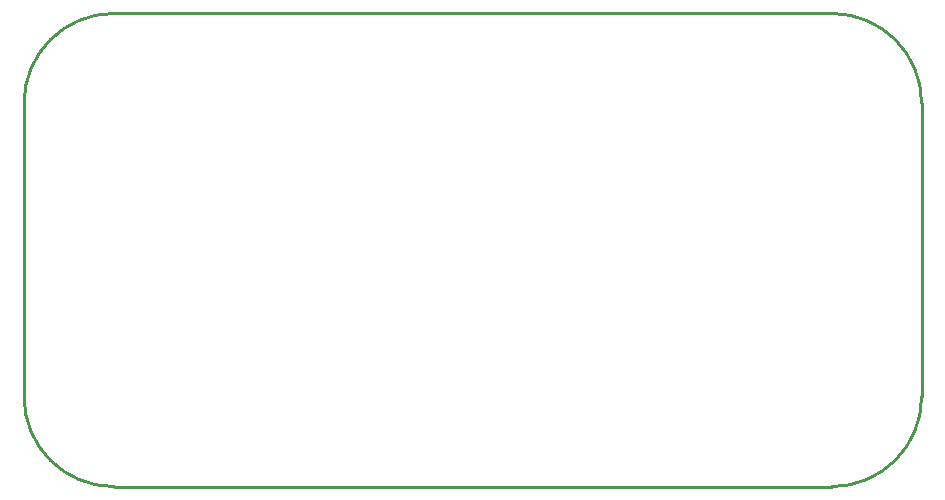
<source format=gko>
G04 Layer: BoardOutlineLayer*
G04 EasyEDA v6.5.22, 2023-04-19 21:06:07*
G04 0b1144c6aaf7448fb0b14bab58411d50,0a61cb7f7b51421fbede6d33e3e5ec82,10*
G04 Gerber Generator version 0.2*
G04 Scale: 100 percent, Rotated: No, Reflected: No *
G04 Dimensions in inches *
G04 leading zeros omitted , absolute positions ,3 integer and 6 decimal *
%FSLAX36Y36*%
%MOIN*%

%ADD10C,0.0100*%
D10*
X574810Y2677199D02*
G01*
X2968491Y2677199D01*
X2968491Y1099998D02*
G01*
X574810Y1099998D01*
X275601Y1399207D02*
G01*
X275601Y2377990D01*
X3267700Y2377990D02*
G01*
X3267700Y1399207D01*
G75*
G01*
X2968491Y2677200D02*
G02*
X3267701Y2377990I0J-299210D01*
G75*
G01*
X574811Y1099998D02*
G02*
X275601Y1399208I0J299210D01*
G75*
G01*
X275601Y2377990D02*
G02*
X574811Y2677200I299210J0D01*
G75*
G01*
X3267701Y1399208D02*
G02*
X2968491Y1099998I-299210J0D01*

%LPD*%
M02*

</source>
